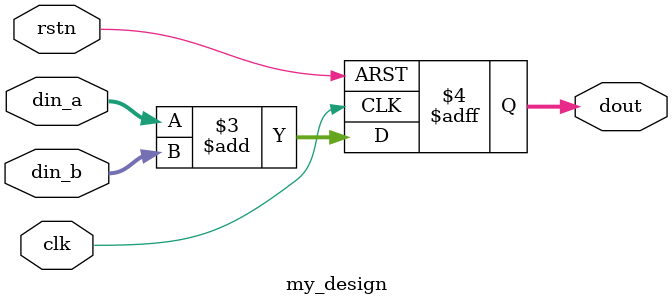
<source format=sv>
`timescale 1ns/1ps

module my_design(
    input                       clk     ,
    input                       rstn    ,
    input           [9 : 0]     din_a   ,
    input           [9 : 0]     din_b   ,
    output  reg     [10 : 0]    dout
);

always @(posedge clk or negedge rstn) begin
    if(rstn == 1'd0)
        dout <= 'd0;
    else
        dout <= din_a + din_b;
end

endmodule
</source>
